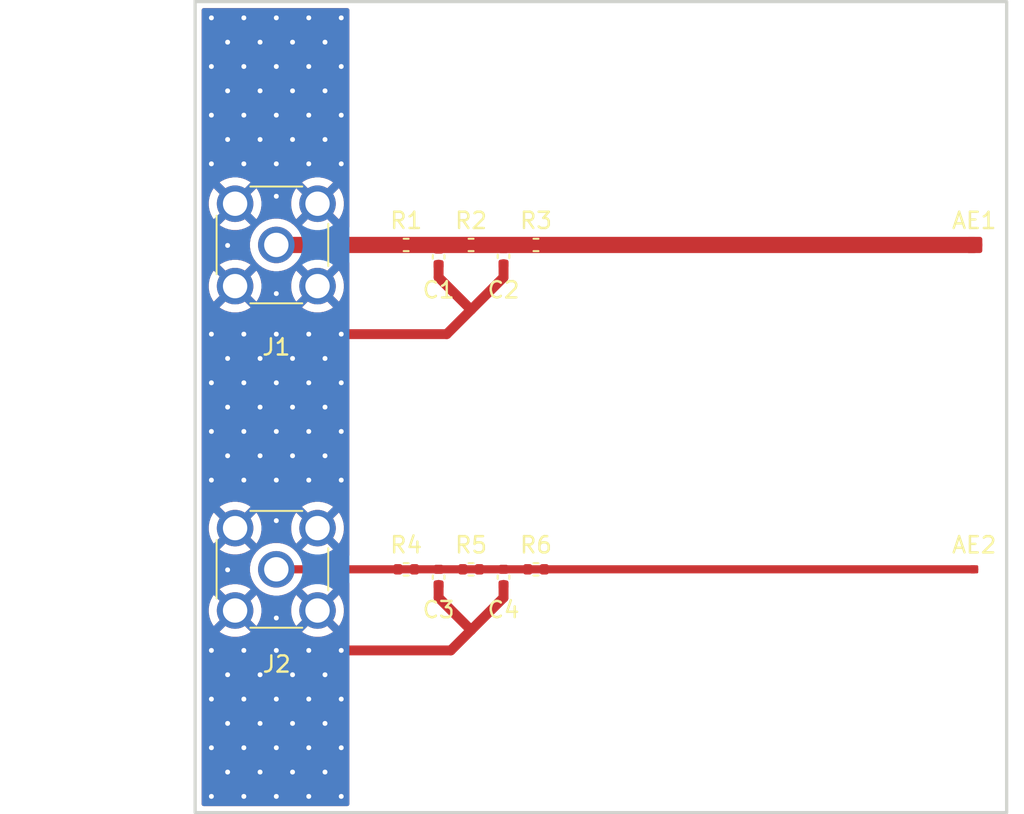
<source format=kicad_pcb>
(kicad_pcb (version 20241229) (generator "pcbnew") (generator_version "9.0")
  (layers (0 "F.Cu" signal) (2 "B.Cu" signal) (13 "F.Paste" user) (15 "B.Paste" user) (5 "F.SilkS" user "F.Silkscreen") (7 "B.SilkS" user "B.Silkscreen") (1 "F.Mask" user) (3 "B.Mask" user) (25 "Edge.Cuts" user))
  (net 0 "")
  (net 1 "GND")
  (net 2 "/RF2")
  (net 3 "/RF1")
  (footprint "Resistor_SMD:R_0402_1005Metric" (layer "F.Cu") (at 121 110)
    (property "Reference" "R6" (at 0 -1.5 0) (layer "F.SilkS"))
    (property "Value" "0")
    (fp_line (start -0.153641 -0.38) (end 0.153641 -0.38) (stroke (width 0.12)) (layer "F.SilkS"))
    (fp_line (start -0.153641 0.38) (end 0.153641 0.38) (stroke (width 0.12)) (layer "F.SilkS"))
    (pad "1" smd roundrect (at -0.51 0) (size 0.54 0.64) (layers "F.Cu" "F.Mask" "F.Paste") (net 2 "/RF2"))
    (pad "2" smd roundrect (at 0.51 0) (size 0.54 0.64) (layers "F.Cu" "F.Mask" "F.Paste") (net 2 "/RF2"))
  )
  (footprint "Resistor_SMD:R_0402_1005Metric" (layer "F.Cu") (at 117 90)
    (property "Reference" "R2" (at 0 -1.5 0) (layer "F.SilkS"))
    (property "Value" "0")
    (fp_line (start -0.153641 -0.38) (end 0.153641 -0.38) (stroke (width 0.12)) (layer "F.SilkS"))
    (fp_line (start -0.153641 0.38) (end 0.153641 0.38) (stroke (width 0.12)) (layer "F.SilkS"))
    (pad "1" smd roundrect (at -0.51 0) (size 0.54 0.64) (layers "F.Cu" "F.Mask" "F.Paste") (net 3 "/RF1"))
    (pad "2" smd roundrect (at 0.51 0) (size 0.54 0.64) (layers "F.Cu" "F.Mask" "F.Paste") (net 3 "/RF1"))
  )
  (footprint "Resistor_SMD:R_0402_1005Metric" (layer "F.Cu") (at 117 110)
    (property "Reference" "R5" (at 0 -1.5 0) (layer "F.SilkS"))
    (property "Value" "0")
    (fp_line (start -0.153641 -0.38) (end 0.153641 -0.38) (stroke (width 0.12)) (layer "F.SilkS"))
    (fp_line (start -0.153641 0.38) (end 0.153641 0.38) (stroke (width 0.12)) (layer "F.SilkS"))
    (pad "1" smd roundrect (at -0.51 0) (size 0.54 0.64) (layers "F.Cu" "F.Mask" "F.Paste") (net 2 "/RF2"))
    (pad "2" smd roundrect (at 0.51 0) (size 0.54 0.64) (layers "F.Cu" "F.Mask" "F.Paste") (net 2 "/RF2"))
  )
  (footprint "RF_Antenna:Antenna_Stub_0.5mm" (layer "F.Cu") (at 148 110)
    (property "Reference" "AE2" (at 0 -1.5 0) (layer "F.SilkS"))
    (property "Value" "Antenna")
    (pad "1" smd roundrect (at 0 0) (size 0.5 0.5) (layers "F.Cu") (roundrect_rratio 0.15) (net 2 "/RF2"))
  )
  (footprint "Capacitor_SMD:C_0402_1005Metric" (layer "F.Cu") (at 115 90.735 -90)
    (property "Reference" "C1" (at 2.045 0 0) (layer "F.SilkS"))
    (property "Value" "5p")
    (fp_line (start -0.107836 0.36) (end 0.107836 0.36) (stroke (width 0.12)) (layer "F.SilkS"))
    (fp_line (start -0.107836 -0.36) (end 0.107836 -0.36) (stroke (width 0.12)) (layer "F.SilkS"))
    (pad "1" smd roundrect (at -0.48 0 270) (size 0.56 0.62) (layers "F.Cu" "F.Mask" "F.Paste") (net 3 "/RF1"))
    (pad "2" smd roundrect (at 0.48 0 270) (size 0.56 0.62) (layers "F.Cu" "F.Mask" "F.Paste") (net 1 "GND"))
  )
  (footprint "Connector_Coaxial:SMA_Molex_73251-2200_Horizontal" (layer "F.Cu") (at 105 90 90)
    (property "Reference" "J1" (at -6.3 0 0) (layer "F.SilkS"))
    (property "Value" "Conn_Coaxial")
    (fp_line (start -1.8 -3.68) (end 1.8 -3.68) (stroke (width 0.12)) (layer "F.SilkS"))
    (fp_line (start 3.6 -1.6) (end 3.6 1.6) (stroke (width 0.12)) (layer "F.SilkS"))
    (fp_line (start -3.6 -1.6) (end -3.6 1.6) (stroke (width 0.12)) (layer "F.SilkS"))
    (fp_line (start -1.3 3.2) (end 1.3 3.2) (stroke (width 0.12)) (layer "F.SilkS"))
    (pad "1" thru_hole circle (at 0 0 90) (size 2.25 2.25) (drill 1.5) (layers "*.Cu" "*.Mask") (net 3 "/RF1"))
    (pad "2" thru_hole circle (at -2.54 -2.54 90) (size 2.25 2.25) (drill 1.5) (layers "*.Cu" "*.Mask") (net 1 "GND"))
    (pad "2" thru_hole circle (at -2.54 2.54 90) (size 2.25 2.25) (drill 1.5) (layers "*.Cu" "*.Mask") (net 1 "GND"))
    (pad "2" thru_hole circle (at 2.54 -2.54 90) (size 2.25 2.25) (drill 1.5) (layers "*.Cu" "*.Mask") (net 1 "GND"))
    (pad "2" thru_hole circle (at 2.54 2.54 180) (size 2.25 2.25) (drill 1.5) (layers "*.Cu" "*.Mask") (net 1 "GND"))
  )
  (footprint "Capacitor_SMD:C_0402_1005Metric" (layer "F.Cu") (at 115 110.48 -90)
    (property "Reference" "C3" (at 2.015 0 180) (layer "F.SilkS"))
    (property "Value" "5p")
    (fp_line (start -0.107836 0.36) (end 0.107836 0.36) (stroke (width 0.12)) (layer "F.SilkS"))
    (fp_line (start -0.107836 -0.36) (end 0.107836 -0.36) (stroke (width 0.12)) (layer "F.SilkS"))
    (pad "1" smd roundrect (at -0.48 0 270) (size 0.56 0.62) (layers "F.Cu" "F.Mask" "F.Paste") (net 2 "/RF2"))
    (pad "2" smd roundrect (at 0.48 0 270) (size 0.56 0.62) (layers "F.Cu" "F.Mask" "F.Paste") (net 1 "GND"))
  )
  (footprint "Connector_Coaxial:SMA_Molex_73251-2200_Horizontal" (layer "F.Cu") (at 105 110 90)
    (property "Reference" "J2" (at -5.85 0.025 0) (layer "F.SilkS"))
    (property "Value" "Conn_Coaxial")
    (fp_line (start -1.8 -3.68) (end 1.8 -3.68) (stroke (width 0.12)) (layer "F.SilkS"))
    (fp_line (start 3.6 -1.6) (end 3.6 1.6) (stroke (width 0.12)) (layer "F.SilkS"))
    (fp_line (start -3.6 -1.6) (end -3.6 1.6) (stroke (width 0.12)) (layer "F.SilkS"))
    (fp_line (start -1.3 3.2) (end 1.3 3.2) (stroke (width 0.12)) (layer "F.SilkS"))
    (pad "1" thru_hole circle (at 0 0 90) (size 2.25 2.25) (drill 1.5) (layers "*.Cu" "*.Mask") (net 2 "/RF2"))
    (pad "2" thru_hole circle (at -2.54 -2.54 90) (size 2.25 2.25) (drill 1.5) (layers "*.Cu" "*.Mask") (net 1 "GND"))
    (pad "2" thru_hole circle (at -2.54 2.54 90) (size 2.25 2.25) (drill 1.5) (layers "*.Cu" "*.Mask") (net 1 "GND"))
    (pad "2" thru_hole circle (at 2.54 -2.54 90) (size 2.25 2.25) (drill 1.5) (layers "*.Cu" "*.Mask") (net 1 "GND"))
    (pad "2" thru_hole circle (at 2.54 2.54 180) (size 2.25 2.25) (drill 1.5) (layers "*.Cu" "*.Mask") (net 1 "GND"))
  )
  (footprint "Resistor_SMD:R_0402_1005Metric" (layer "F.Cu") (at 113 110)
    (property "Reference" "R4" (at 0 -1.5 0) (layer "F.SilkS"))
    (property "Value" "0")
    (fp_line (start -0.153641 -0.38) (end 0.153641 -0.38) (stroke (width 0.12)) (layer "F.SilkS"))
    (fp_line (start -0.153641 0.38) (end 0.153641 0.38) (stroke (width 0.12)) (layer "F.SilkS"))
    (pad "1" smd roundrect (at -0.51 0) (size 0.54 0.64) (layers "F.Cu" "F.Mask" "F.Paste") (net 2 "/RF2"))
    (pad "2" smd roundrect (at 0.51 0) (size 0.54 0.64) (layers "F.Cu" "F.Mask" "F.Paste") (net 2 "/RF2"))
  )
  (footprint "RF_Antenna:Antenna_Stub_1.0mm" (layer "F.Cu") (at 148 90)
    (property "Reference" "AE1" (at 0 -1.5 0) (layer "F.SilkS"))
    (property "Value" "Antenna")
    (pad "1" smd roundrect (at 0 0) (size 1 1) (layers "F.Cu") (roundrect_rratio 0.15) (net 3 "/RF1"))
  )
  (footprint "Resistor_SMD:R_0402_1005Metric" (layer "F.Cu") (at 113 90)
    (property "Reference" "R1" (at 0 -1.5 0) (layer "F.SilkS"))
    (property "Value" "0")
    (fp_line (start -0.153641 -0.38) (end 0.153641 -0.38) (stroke (width 0.12)) (layer "F.SilkS"))
    (fp_line (start -0.153641 0.38) (end 0.153641 0.38) (stroke (width 0.12)) (layer "F.SilkS"))
    (pad "1" smd roundrect (at -0.51 0) (size 0.54 0.64) (layers "F.Cu" "F.Mask" "F.Paste") (net 3 "/RF1"))
    (pad "2" smd roundrect (at 0.51 0) (size 0.54 0.64) (layers "F.Cu" "F.Mask" "F.Paste") (net 3 "/RF1"))
  )
  (footprint "Capacitor_SMD:C_0402_1005Metric" (layer "F.Cu") (at 119 110.48 -90)
    (property "Reference" "C4" (at 2.015 0 180) (layer "F.SilkS"))
    (property "Value" "5p")
    (fp_line (start -0.107836 0.36) (end 0.107836 0.36) (stroke (width 0.12)) (layer "F.SilkS"))
    (fp_line (start -0.107836 -0.36) (end 0.107836 -0.36) (stroke (width 0.12)) (layer "F.SilkS"))
    (pad "1" smd roundrect (at -0.48 0 270) (size 0.56 0.62) (layers "F.Cu" "F.Mask" "F.Paste") (net 2 "/RF2"))
    (pad "2" smd roundrect (at 0.48 0 270) (size 0.56 0.62) (layers "F.Cu" "F.Mask" "F.Paste") (net 1 "GND"))
  )
  (footprint "Resistor_SMD:R_0402_1005Metric" (layer "F.Cu") (at 121 90)
    (property "Reference" "R3" (at 0 -1.5 0) (layer "F.SilkS"))
    (property "Value" "0")
    (fp_line (start -0.153641 -0.38) (end 0.153641 -0.38) (stroke (width 0.12)) (layer "F.SilkS"))
    (fp_line (start -0.153641 0.38) (end 0.153641 0.38) (stroke (width 0.12)) (layer "F.SilkS"))
    (pad "1" smd roundrect (at -0.51 0) (size 0.54 0.64) (layers "F.Cu" "F.Mask" "F.Paste") (net 3 "/RF1"))
    (pad "2" smd roundrect (at 0.51 0) (size 0.54 0.64) (layers "F.Cu" "F.Mask" "F.Paste") (net 3 "/RF1"))
  )
  (footprint "Capacitor_SMD:C_0402_1005Metric" (layer "F.Cu") (at 119 90.705 -90)
    (property "Reference" "C2" (at 2.075 0 180) (layer "F.SilkS"))
    (property "Value" "5p")
    (fp_line (start -0.107836 0.36) (end 0.107836 0.36) (stroke (width 0.12)) (layer "F.SilkS"))
    (fp_line (start -0.107836 -0.36) (end 0.107836 -0.36) (stroke (width 0.12)) (layer "F.SilkS"))
    (pad "1" smd roundrect (at -0.48 0 270) (size 0.56 0.62) (layers "F.Cu" "F.Mask" "F.Paste") (net 3 "/RF1"))
    (pad "2" smd roundrect (at 0.48 0 270) (size 0.56 0.62) (layers "F.Cu" "F.Mask" "F.Paste") (net 1 "GND"))
  )
  (gr_rect (start 100 75) (end 150 125) (stroke (width 0.2)) (fill no) (layer "Edge.Cuts"))
  (segment (start 115 92) (end 115 91.215) (width 0.6096) (layer "F.Cu") (net 1))
  (segment (start 117 113.75) (end 115.75 115) (width 0.6096) (layer "F.Cu") (net 1))
  (segment (start 115.5 95.5) (end 117 94) (width 0.6096) (layer "F.Cu") (net 1))
  (segment (start 117 113.75) (end 119 111.75) (width 0.6096) (layer "F.Cu") (net 1))
  (segment (start 115 110.96) (end 115 111.75) (width 0.6096) (layer "F.Cu") (net 1))
  (segment (start 119 91.185) (end 119 92) (width 0.6096) (layer "F.Cu") (net 1))
  (segment (start 119 111.75) (end 119 110.96) (width 0.6096) (layer "F.Cu") (net 1))
  (segment (start 109 95.5) (end 115.5 95.5) (width 0.6096) (layer "F.Cu") (net 1))
  (segment (start 119 110.960001) (end 119 110.96) (width 0.127) (layer "F.Cu") (net 1))
  (segment (start 119 92) (end 117 94) (width 0.6096) (layer "F.Cu") (net 1))
  (segment (start 117 94) (end 115 92) (width 0.6096) (layer "F.Cu") (net 1))
  (segment (start 115.75 115) (end 109 115) (width 0.6096) (layer "F.Cu") (net 1))
  (segment (start 115 111.75) (end 117 113.75) (width 0.6096) (layer "F.Cu") (net 1))
  (via (at 105 98.5) (size 0.56) (drill 0.3) (layers "F.Cu" "B.Cu") (net 1))
  (via (at 106 103) (size 0.56) (drill 0.3) (layers "F.Cu" "B.Cu") (net 1))
  (via (at 107 79) (size 0.56) (drill 0.3) (layers "F.Cu" "B.Cu") (net 1))
  (via (at 106 97) (size 0.56) (drill 0.3) (layers "F.Cu" "B.Cu") (net 1))
  (via (at 103 121) (size 0.56) (drill 0.3) (layers "F.Cu" "B.Cu") (net 1))
  (via (at 108 119.5) (size 0.56) (drill 0.3) (layers "F.Cu" "B.Cu") (net 1))
  (via (at 103 115) (size 0.56) (drill 0.3) (layers "F.Cu" "B.Cu") (net 1))
  (via (at 107 104.5) (size 0.56) (drill 0.3) (layers "F.Cu" "B.Cu") (net 1))
  (via (at 105 104.5) (size 0.56) (drill 0.3) (layers "F.Cu" "B.Cu") (net 1))
  (via (at 106 100) (size 0.56) (drill 0.3) (layers "F.Cu" "B.Cu") (net 1))
  (via (at 105 76) (size 0.56) (drill 0.3) (layers "F.Cu" "B.Cu") (net 1))
  (via (at 104 100) (size 0.56) (drill 0.3) (layers "F.Cu" "B.Cu") (net 1))
  (via (at 102 119.5) (size 0.56) (drill 0.3) (layers "F.Cu" "B.Cu") (net 1))
  (via (at 104 97) (size 0.56) (drill 0.3) (layers "F.Cu" "B.Cu") (net 1))
  (via (at 105 79) (size 0.56) (drill 0.3) (layers "F.Cu" "B.Cu") (net 1))
  (via (at 107 115) (size 0.56) (drill 0.3) (layers "F.Cu" "B.Cu") (net 1))
  (via (at 106 119.5) (size 0.56) (drill 0.3) (layers "F.Cu" "B.Cu") (net 1))
  (via (at 103 76) (size 0.56) (drill 0.3) (layers "F.Cu" "B.Cu") (net 1))
  (via (at 102 90.032644) (size 0.56) (drill 0.3) (layers "F.Cu" "B.Cu") (net 1))
  (via (at 104 103) (size 0.56) (drill 0.3) (layers "F.Cu" "B.Cu") (net 1))
  (via (at 105 95.5) (size 0.56) (drill 0.3) (layers "F.Cu" "B.Cu") (net 1))
  (via (at 103 101.5) (size 0.56) (drill 0.3) (layers "F.Cu" "B.Cu") (net 1))
  (via (at 105 101.5) (size 0.56) (drill 0.3) (layers "F.Cu" "B.Cu") (net 1))
  (via (at 107 85) (size 0.56) (drill 0.3) (layers "F.Cu" "B.Cu") (net 1))
  (via (at 109 82) (size 0.56) (drill 0.3) (layers "F.Cu" "B.Cu") (net 1))
  (via (at 101 101.5) (size 0.56) (drill 0.3) (layers "F.Cu" "B.Cu") (net 1))
  (via (at 101 115) (size 0.56) (drill 0.3) (layers "F.Cu" "B.Cu") (net 1))
  (via (at 103 98.5) (size 0.56) (drill 0.3) (layers "F.Cu" "B.Cu") (net 1))
  (via (at 109 101.5) (size 0.56) (drill 0.3) (layers "F.Cu" "B.Cu") (net 1))
  (via (at 101 82) (size 0.56) (drill 0.3) (layers "F.Cu" "B.Cu") (net 1))
  (via (at 102 116.5) (size 0.56) (drill 0.3) (layers "F.Cu" "B.Cu") (net 1))
  (via (at 101 121) (size 0.56) (drill 0.3) (layers "F.Cu" "B.Cu") (net 1))
  (via (at 102 83.5) (size 0.56) (drill 0.3) (layers "F.Cu" "B.Cu") (net 1))
  (via (at 105 121) (size 0.56) (drill 0.3) (layers "F.Cu" "B.Cu") (net 1))
  (via (at 109 95.5) (size 0.56) (drill 0.3) (layers "F.Cu" "B.Cu") (net 1))
  (via (at 103 104.5) (size 0.56) (drill 0.3) (layers "F.Cu" "B.Cu") (net 1))
  (via (at 108 122.5) (size 0.56) (drill 0.3) (layers "F.Cu" "B.Cu") (net 1))
  (via (at 106 83.5) (size 0.56) (drill 0.3) (layers "F.Cu" "B.Cu") (net 1))
  (via (at 107 124) (size 0.56) (drill 0.3) (layers "F.Cu" "B.Cu") (net 1))
  (via (at 101 76) (size 0.56) (drill 0.3) (layers "F.Cu" "B.Cu") (net 1))
  (via (at 105 87) (size 0.56) (drill 0.3) (layers "F.Cu" "B.Cu") (net 1))
  (via (at 104 119.5) (size 0.56) (drill 0.3) (layers "F.Cu" "B.Cu") (net 1))
  (via (at 109 79) (size 0.56) (drill 0.3) (layers "F.Cu" "B.Cu") (net 1))
  (via (at 103 124) (size 0.56) (drill 0.3) (layers "F.Cu" "B.Cu") (net 1))
  (via (at 107 82) (size 0.56) (drill 0.3) (layers "F.Cu" "B.Cu") (net 1))
  (via (at 102 97) (size 0.56) (drill 0.3) (layers "F.Cu" "B.Cu") (net 1))
  (via (at 102 77.5) (size 0.56) (drill 0.3) (layers "F.Cu" "B.Cu") (net 1))
  (via (at 109 121) (size 0.56) (drill 0.3) (layers "F.Cu" "B.Cu") (net 1))
  (via (at 109 118) (size 0.56) (drill 0.3) (layers "F.Cu" "B.Cu") (net 1))
  (via (at 106 77.5) (size 0.56) (drill 0.3) (layers "F.Cu" "B.Cu") (net 1))
  (via (at 101 118) (size 0.56) (drill 0.3) (layers "F.Cu" "B.Cu") (net 1))
  (via (at 109 115) (size 0.56) (drill 0.3) (layers "F.Cu" "B.Cu") (net 1))
  (via (at 105 124) (size 0.56) (drill 0.3) (layers "F.Cu" "B.Cu") (net 1))
  (via (at 108 83.5) (size 0.56) (drill 0.3) (layers "F.Cu" "B.Cu") (net 1))
  (via (at 104 122.5) (size 0.56) (drill 0.3) (layers "F.Cu" "B.Cu") (net 1))
  (via (at 104 116.5) (size 0.56) (drill 0.3) (layers "F.Cu" "B.Cu") (net 1))
  (via (at 109 85) (size 0.56) (drill 0.3) (layers "F.Cu" "B.Cu") (net 1))
  (via (at 107 95.5) (size 0.56) (drill 0.3) (layers "F.Cu" "B.Cu") (net 1))
  (via (at 102 122.5) (size 0.56) (drill 0.3) (layers "F.Cu" "B.Cu") (net 1))
  (via (at 105 113) (size 0.56) (drill 0.3) (layers "F.Cu" "B.Cu") (net 1))
  (via (at 105 93) (size 0.56) (drill 0.3) (layers "F.Cu" "B.Cu") (net 1))
  (via (at 109 104.5) (size 0.56) (drill 0.3) (layers "F.Cu" "B.Cu") (net 1))
  (via (at 104 77.5) (size 0.56) (drill 0.3) (layers "F.Cu" "B.Cu") (net 1))
  (via (at 103 79) (size 0.56) (drill 0.3) (layers "F.Cu" "B.Cu") (net 1))
  (via (at 105 115) (size 0.56) (drill 0.3) (layers "F.Cu" "B.Cu") (net 1))
  (via (at 101 95.5) (size 0.56) (drill 0.3) (layers "F.Cu" "B.Cu") (net 1))
  (via (at 104 83.5) (size 0.56) (drill 0.3) (layers "F.Cu" "B.Cu") (net 1))
  (via (at 108 80.5) (size 0.56) (drill 0.3) (layers "F.Cu" "B.Cu") (net 1))
  (via (at 101 85) (size 0.56) (drill 0.3) (layers "F.Cu" "B.Cu") (net 1))
  (via (at 101 79) (size 0.56) (drill 0.3) (layers "F.Cu" "B.Cu") (net 1))
  (via (at 109 98.5) (size 0.56) (drill 0.3) (layers "F.Cu" "B.Cu") (net 1))
  (via (at 106 122.5) (size 0.56) (drill 0.3) (layers "F.Cu" "B.Cu") (net 1))
  (via (at 101 124) (size 0.56) (drill 0.3) (layers "F.Cu" "B.Cu") (net 1))
  (via (at 101 98.5) (size 0.56) (drill 0.3) (layers "F.Cu" "B.Cu") (net 1))
  (via (at 109 76) (size 0.56) (drill 0.3) (layers "F.Cu" "B.Cu") (net 1))
  (via (at 108 116.5) (size 0.56) (drill 0.3) (layers "F.Cu" "B.Cu") (net 1))
  (via (at 107 121) (size 0.56) (drill 0.3) (layers "F.Cu" "B.Cu") (net 1))
  (via (at 107 118) (size 0.56) (drill 0.3) (layers "F.Cu" "B.Cu") (net 1))
  (via (at 107 101.5) (size 0.56) (drill 0.3) (layers "F.Cu" "B.Cu") (net 1))
  (via (at 105 107) (size 0.56) (drill 0.3) (layers "F.Cu" "B.Cu") (net 1))
  (via (at 101 104.5) (size 0.56) (drill 0.3) (layers "F.Cu" "B.Cu") (net 1))
  (via (at 109 124) (size 0.56) (drill 0.3) (layers "F.Cu" "B.Cu") (net 1))
  (via (at 102 80.5) (size 0.56) (drill 0.3) (layers "F.Cu" "B.Cu") (net 1))
  (via (at 105 82) (size 0.56) (drill 0.3) (layers "F.Cu" "B.Cu") (net 1))
  (via (at 104 80.5) (size 0.56) (drill 0.3) (layers "F.Cu" "B.Cu") (net 1))
  (via (at 103 82) (size 0.56) (drill 0.3) (layers "F.Cu" "B.Cu") (net 1))
  (via (at 107 98.5) (size 0.56) (drill 0.3) (layers "F.Cu" "B.Cu") (net 1))
  (via (at 107 76) (size 0.56) (drill 0.3) (layers "F.Cu" "B.Cu") (net 1))
  (via (at 103 85) (size 0.56) (drill 0.3) (layers "F.Cu" "B.Cu") (net 1))
  (via (at 106 80.5) (size 0.56) (drill 0.3) (layers "F.Cu" "B.Cu") (net 1))
  (via (at 102 110.032644) (size 0.56) (drill 0.3) (layers "F.Cu" "B.Cu") (net 1))
  (via (at 103 95.5) (size 0.56) (drill 0.3) (layers "F.Cu" "B.Cu") (net 1))
  (via (at 106 116.5) (size 0.56) (drill 0.3) (layers "F.Cu" "B.Cu") (net 1))
  (via (at 103 118) (size 0.56) (drill 0.3) (layers "F.Cu" "B.Cu") (net 1))
  (via (at 108 97) (size 0.56) (drill 0.3) (layers "F.Cu" "B.Cu") (net 1))
  (via (at 102 103) (size 0.56) (drill 0.3) (layers "F.Cu" "B.Cu") (net 1))
  (via (at 108 100) (size 0.56) (drill 0.3) (layers "F.Cu" "B.Cu") (net 1))
  (via (at 105 85) (size 0.56) (drill 0.3) (layers "F.Cu" "B.Cu") (net 1))
  (via (at 105 118) (size 0.56) (drill 0.3) (layers "F.Cu" "B.Cu") (net 1))
  (via (at 102 100) (size 0.56) (drill 0.3) (layers "F.Cu" "B.Cu") (net 1))
  (via (at 108 77.5) (size 0.56) (drill 0.3) (layers "F.Cu" "B.Cu") (net 1))
  (via (at 108 103) (size 0.56) (drill 0.3) (layers "F.Cu" "B.Cu") (net 1))
  (segment (start 105 110) (end 148 110) (width 0.5) (layer "F.Cu") (net 2))
  (segment (start 105 90) (end 148 90) (width 1) (layer "F.Cu") (net 3))
  (zone (net 1) (net_name "GND") (layers "F.Cu" "B.Cu") (connect_pads (clearance 0.5)) (min_thickness 0.25) (fill yes (thermal_gap 0.5) (thermal_bridge_width 0.5))
    (polygon (pts (xy 100 75) (xy 150 75) (xy 150 125) (xy 100 125)))
  )
  (zone (net 0) (net_name "") (layers "F.Cu" "B.Cu") (connect_pads (clearance 0)) (min_thickness 0.25)
    (keepout (tracks allowed) (vias not_allowed) (pads allowed) (copperpour not_allowed) (footprints allowed))
    (fill (thermal_gap 0.5) (thermal_bridge_width 0.5))
    (polygon (pts (xy 109.5 125) (xy 150 125) (xy 150 75) (xy 109.5 75)))
  )
)
</source>
